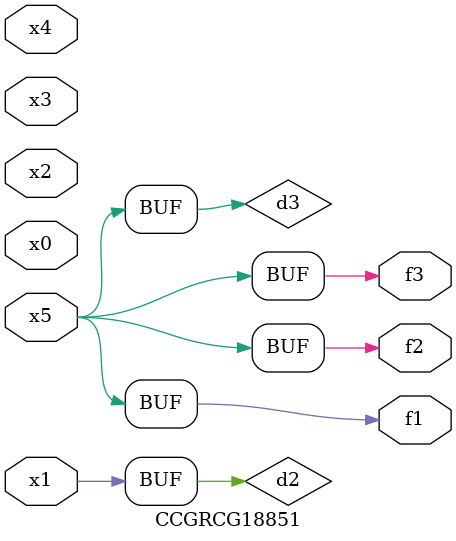
<source format=v>
module CCGRCG18851(
	input x0, x1, x2, x3, x4, x5,
	output f1, f2, f3
);

	wire d1, d2, d3;

	not (d1, x5);
	or (d2, x1);
	xnor (d3, d1);
	assign f1 = d3;
	assign f2 = d3;
	assign f3 = d3;
endmodule

</source>
